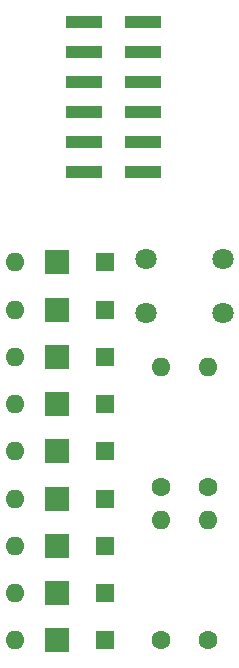
<source format=gbs>
%TF.GenerationSoftware,KiCad,Pcbnew,7.0.7*%
%TF.CreationDate,2024-02-05T11:41:39-08:00*%
%TF.ProjectId,Macro Pad 2 PCB,4d616372-6f20-4506-9164-203220504342,rev?*%
%TF.SameCoordinates,Original*%
%TF.FileFunction,Soldermask,Bot*%
%TF.FilePolarity,Negative*%
%FSLAX46Y46*%
G04 Gerber Fmt 4.6, Leading zero omitted, Abs format (unit mm)*
G04 Created by KiCad (PCBNEW 7.0.7) date 2024-02-05 11:41:39*
%MOMM*%
%LPD*%
G01*
G04 APERTURE LIST*
%ADD10R,2.000000X2.000000*%
%ADD11R,1.600000X1.600000*%
%ADD12O,1.600000X1.600000*%
%ADD13C,1.800000*%
%ADD14C,1.600000*%
%ADD15R,3.150000X1.000000*%
G04 APERTURE END LIST*
D10*
%TO.C,J2*%
X142200000Y-110000000D03*
%TD*%
%TO.C,J5*%
X142200000Y-106000000D03*
%TD*%
%TO.C,J9*%
X142200000Y-102000000D03*
%TD*%
%TO.C,J3*%
X142200000Y-98000000D03*
%TD*%
%TO.C,J6*%
X142200000Y-94000000D03*
%TD*%
%TO.C,J10*%
X142200000Y-90000000D03*
%TD*%
%TO.C,J4*%
X142200000Y-86000000D03*
%TD*%
%TO.C,J7*%
X142200000Y-82000000D03*
%TD*%
%TO.C,J8*%
X142200000Y-78000000D03*
%TD*%
D11*
%TO.C,D7*%
X146280000Y-102000000D03*
D12*
X138660000Y-102000000D03*
%TD*%
D11*
%TO.C,D8*%
X146280000Y-90000000D03*
D12*
X138660000Y-90000000D03*
%TD*%
D13*
%TO.C,SW1*%
X156250000Y-77750000D03*
X149750000Y-82250000D03*
X156250000Y-82250000D03*
X149750000Y-77750000D03*
%TD*%
D11*
%TO.C,D9*%
X146280000Y-78000000D03*
D12*
X138660000Y-78000000D03*
%TD*%
D14*
%TO.C,R2*%
X151000000Y-97000000D03*
D12*
X151000000Y-86840000D03*
%TD*%
D11*
%TO.C,D2*%
X146280000Y-98000000D03*
D12*
X138660000Y-98000000D03*
%TD*%
D11*
%TO.C,D1*%
X146280000Y-110000000D03*
D12*
X138660000Y-110000000D03*
%TD*%
D11*
%TO.C,D6*%
X146280000Y-82000000D03*
D12*
X138660000Y-82000000D03*
%TD*%
D11*
%TO.C,D3*%
X146280000Y-86000000D03*
D12*
X138660000Y-86000000D03*
%TD*%
D11*
%TO.C,D4*%
X146280000Y-106000000D03*
D12*
X138660000Y-106000000D03*
%TD*%
D14*
%TO.C,R1*%
X155000000Y-97000000D03*
D12*
X155000000Y-86840000D03*
%TD*%
D14*
%TO.C,R3*%
X151000000Y-110000000D03*
D12*
X151000000Y-99840000D03*
%TD*%
D14*
%TO.C,R5*%
X155000000Y-110000000D03*
D12*
X155000000Y-99840000D03*
%TD*%
D11*
%TO.C,D5*%
X146280000Y-94000000D03*
D12*
X138660000Y-94000000D03*
%TD*%
D15*
%TO.C,J1*%
X149525000Y-57650000D03*
X144475000Y-57650000D03*
X149525000Y-60190000D03*
X144475000Y-60190000D03*
X149525000Y-62730000D03*
X144475000Y-62730000D03*
X149525000Y-65270000D03*
X144475000Y-65270000D03*
X149525000Y-67810000D03*
X144475000Y-67810000D03*
X149525000Y-70350000D03*
X144475000Y-70350000D03*
%TD*%
M02*

</source>
